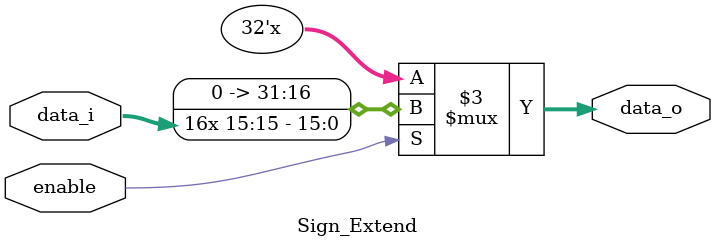
<source format=v>

module Sign_Extend(
    data_i,
    enable,
    data_o
    );
               
//I/O ports
input   [16-1:0] data_i;
input            enable;
output  [32-1:0] data_o;

//Internal Signals
reg     [32-1:0] data_o;

//Sign extended
always @(*)begin
    if(enable)begin
        data_o[15:0] = data_i;
        data_o[31:0] = {16{data_i[15]}};
    end
end
          
endmodule      
     
</source>
